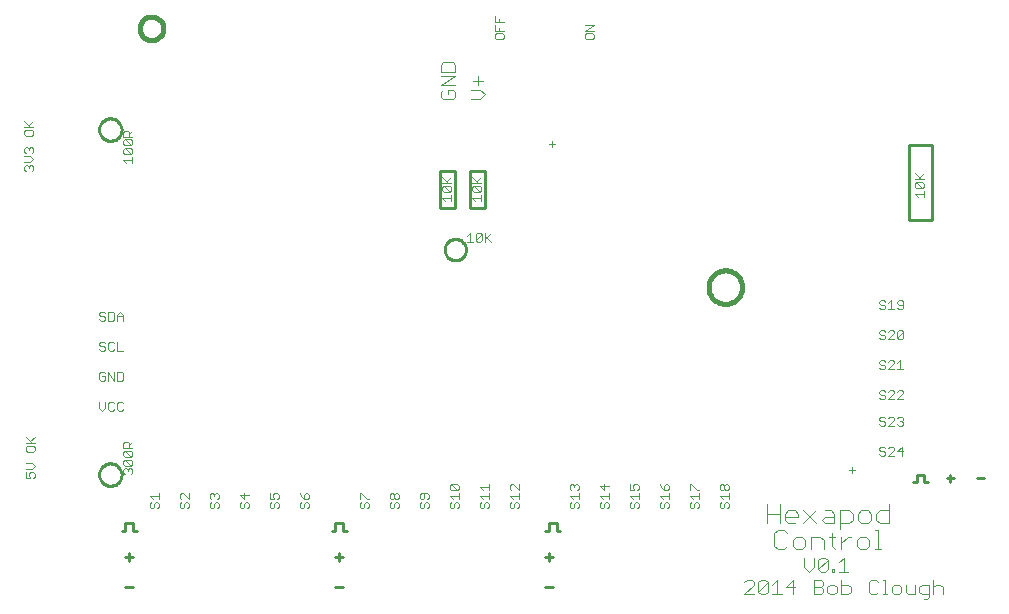
<source format=gto>
G75*
%MOIN*%
%OFA0B0*%
%FSLAX24Y24*%
%IPPOS*%
%LPD*%
%AMOC8*
5,1,8,0,0,1.08239X$1,22.5*
%
%ADD10C,0.0030*%
%ADD11C,0.0020*%
%ADD12C,0.0160*%
%ADD13C,0.0100*%
D10*
X025070Y002195D02*
X025384Y002509D01*
X025384Y002587D01*
X025305Y002665D01*
X025148Y002665D01*
X025070Y002587D01*
X025070Y002195D02*
X025384Y002195D01*
X025530Y002273D02*
X025844Y002587D01*
X025844Y002273D01*
X025766Y002195D01*
X025609Y002195D01*
X025530Y002273D01*
X025530Y002587D01*
X025609Y002665D01*
X025766Y002665D01*
X025844Y002587D01*
X025991Y002509D02*
X026148Y002665D01*
X026148Y002195D01*
X026304Y002195D02*
X025991Y002195D01*
X026451Y002430D02*
X026765Y002430D01*
X026686Y002195D02*
X026686Y002665D01*
X026451Y002430D01*
X027070Y003102D02*
X027227Y002945D01*
X027384Y003102D01*
X027384Y003415D01*
X027530Y003337D02*
X027609Y003415D01*
X027766Y003415D01*
X027844Y003337D01*
X027530Y003023D01*
X027609Y002945D01*
X027766Y002945D01*
X027844Y003023D01*
X027844Y003337D01*
X027530Y003337D02*
X027530Y003023D01*
X027991Y003023D02*
X028069Y003023D01*
X028069Y002945D01*
X027991Y002945D01*
X027991Y003023D01*
X028221Y002945D02*
X028535Y002945D01*
X028378Y002945D02*
X028378Y003415D01*
X028221Y003259D01*
X028298Y003695D02*
X028298Y004115D01*
X028103Y004115D02*
X027893Y004115D01*
X027998Y004220D02*
X027998Y003800D01*
X028103Y003695D01*
X028298Y003905D02*
X028508Y004115D01*
X028614Y004115D01*
X028805Y004010D02*
X028805Y003800D01*
X028910Y003695D01*
X029120Y003695D01*
X029225Y003800D01*
X029225Y004010D01*
X029120Y004115D01*
X028910Y004115D01*
X028805Y004010D01*
X028251Y004360D02*
X028251Y004990D01*
X028566Y004990D01*
X028671Y004885D01*
X028671Y004675D01*
X028566Y004570D01*
X028251Y004570D01*
X028064Y004570D02*
X027748Y004570D01*
X027643Y004675D01*
X027748Y004780D01*
X028064Y004780D01*
X028064Y004885D02*
X028064Y004570D01*
X027456Y004570D02*
X027035Y004990D01*
X026848Y004885D02*
X026848Y004780D01*
X026428Y004780D01*
X026428Y004675D02*
X026428Y004885D01*
X026533Y004990D01*
X026743Y004990D01*
X026848Y004885D01*
X026533Y004570D02*
X026428Y004675D01*
X026533Y004570D02*
X026743Y004570D01*
X027035Y004570D02*
X027456Y004990D01*
X027748Y004990D02*
X027958Y004990D01*
X028064Y004885D01*
X028859Y004885D02*
X028859Y004675D01*
X028964Y004570D01*
X029174Y004570D01*
X029279Y004675D01*
X029279Y004885D01*
X029174Y004990D01*
X028964Y004990D01*
X028859Y004885D01*
X029466Y004885D02*
X029466Y004675D01*
X029571Y004570D01*
X029887Y004570D01*
X029887Y005201D01*
X029887Y004990D02*
X029571Y004990D01*
X029466Y004885D01*
X029518Y004326D02*
X029518Y003695D01*
X029623Y003695D02*
X029412Y003695D01*
X029412Y004326D02*
X029518Y004326D01*
X027706Y004010D02*
X027706Y003695D01*
X027706Y004010D02*
X027601Y004115D01*
X027285Y004115D01*
X027285Y003695D01*
X027098Y003800D02*
X027098Y004010D01*
X026993Y004115D01*
X026783Y004115D01*
X026678Y004010D01*
X026678Y003800D01*
X026783Y003695D01*
X026993Y003695D01*
X027098Y003800D01*
X027070Y003415D02*
X027070Y003102D01*
X027372Y002665D02*
X027607Y002665D01*
X027686Y002587D01*
X027686Y002509D01*
X027607Y002430D01*
X027372Y002430D01*
X027372Y002195D02*
X027372Y002665D01*
X027607Y002430D02*
X027686Y002352D01*
X027686Y002273D01*
X027607Y002195D01*
X027372Y002195D01*
X027832Y002273D02*
X027911Y002195D01*
X028068Y002195D01*
X028146Y002273D01*
X028146Y002430D01*
X028068Y002509D01*
X027911Y002509D01*
X027832Y002430D01*
X027832Y002273D01*
X028293Y002195D02*
X028293Y002665D01*
X028293Y002509D02*
X028528Y002509D01*
X028606Y002430D01*
X028606Y002273D01*
X028528Y002195D01*
X028293Y002195D01*
X029214Y002273D02*
X029292Y002195D01*
X029449Y002195D01*
X029527Y002273D01*
X029674Y002195D02*
X029831Y002195D01*
X029752Y002195D02*
X029752Y002665D01*
X029674Y002665D01*
X029527Y002587D02*
X029449Y002665D01*
X029292Y002665D01*
X029214Y002587D01*
X029214Y002273D01*
X029981Y002273D02*
X030059Y002195D01*
X030216Y002195D01*
X030294Y002273D01*
X030294Y002430D01*
X030216Y002509D01*
X030059Y002509D01*
X029981Y002430D01*
X029981Y002273D01*
X030441Y002273D02*
X030441Y002509D01*
X030441Y002273D02*
X030520Y002195D01*
X030755Y002195D01*
X030755Y002509D01*
X030902Y002430D02*
X030902Y002273D01*
X030980Y002195D01*
X031215Y002195D01*
X031215Y002117D02*
X031215Y002509D01*
X030980Y002509D01*
X030902Y002430D01*
X031362Y002430D02*
X031440Y002509D01*
X031597Y002509D01*
X031676Y002430D01*
X031676Y002195D01*
X031362Y002195D02*
X031362Y002665D01*
X031215Y002117D02*
X031137Y002038D01*
X031058Y002038D01*
X026490Y003800D02*
X026385Y003695D01*
X026175Y003695D01*
X026070Y003800D01*
X026070Y004220D01*
X026175Y004326D01*
X026385Y004326D01*
X026490Y004220D01*
X026240Y004570D02*
X026240Y005201D01*
X026240Y004885D02*
X025820Y004885D01*
X025820Y004570D02*
X025820Y005201D01*
X016258Y018695D02*
X015945Y018695D01*
X016258Y018695D02*
X016415Y018852D01*
X016258Y019009D01*
X015945Y019009D01*
X016180Y019155D02*
X016180Y019469D01*
X016023Y019312D02*
X016337Y019312D01*
X015415Y019155D02*
X014945Y019155D01*
X015415Y019469D01*
X014945Y019469D01*
X014945Y019616D02*
X014945Y019851D01*
X015023Y019929D01*
X015337Y019929D01*
X015415Y019851D01*
X015415Y019616D01*
X014945Y019616D01*
X015023Y019009D02*
X014945Y018930D01*
X014945Y018773D01*
X015023Y018695D01*
X015337Y018695D01*
X015415Y018773D01*
X015415Y018930D01*
X015337Y019009D01*
X015180Y019009D01*
X015180Y018852D01*
D11*
X016795Y020690D02*
X016995Y020690D01*
X017045Y020740D01*
X017045Y020840D01*
X016995Y020890D01*
X016795Y020890D01*
X016745Y020840D01*
X016745Y020740D01*
X016795Y020690D01*
X016745Y020985D02*
X016745Y021185D01*
X016745Y021279D02*
X016745Y021479D01*
X016895Y021379D02*
X016895Y021279D01*
X017045Y021279D02*
X016745Y021279D01*
X016895Y021085D02*
X016895Y020985D01*
X017045Y020985D02*
X016745Y020985D01*
X019745Y020985D02*
X020045Y021185D01*
X019745Y021185D01*
X019745Y020985D02*
X020045Y020985D01*
X019995Y020890D02*
X019795Y020890D01*
X019745Y020840D01*
X019745Y020740D01*
X019795Y020690D01*
X019995Y020690D01*
X020045Y020740D01*
X020045Y020840D01*
X019995Y020890D01*
X018665Y017315D02*
X018665Y017115D01*
X018565Y017215D02*
X018765Y017215D01*
X016295Y016104D02*
X016145Y015954D01*
X016195Y015904D02*
X015995Y016104D01*
X015995Y015904D02*
X016295Y015904D01*
X016245Y015810D02*
X016295Y015760D01*
X016295Y015660D01*
X016245Y015610D01*
X016045Y015810D01*
X016245Y015810D01*
X016045Y015810D02*
X015995Y015760D01*
X015995Y015660D01*
X016045Y015610D01*
X016245Y015610D01*
X016295Y015515D02*
X016295Y015315D01*
X016295Y015415D02*
X015995Y015415D01*
X016095Y015315D01*
X015295Y015315D02*
X015295Y015515D01*
X015295Y015415D02*
X014995Y015415D01*
X015095Y015315D01*
X015045Y015610D02*
X014995Y015660D01*
X014995Y015760D01*
X015045Y015810D01*
X015245Y015610D01*
X015295Y015660D01*
X015295Y015760D01*
X015245Y015810D01*
X015045Y015810D01*
X014995Y015904D02*
X015295Y015904D01*
X015195Y015904D02*
X014995Y016104D01*
X015145Y015954D02*
X015295Y016104D01*
X015245Y015610D02*
X015045Y015610D01*
X015915Y014240D02*
X015915Y013940D01*
X015815Y013940D02*
X016015Y013940D01*
X016110Y013990D02*
X016310Y014190D01*
X016310Y013990D01*
X016260Y013940D01*
X016160Y013940D01*
X016110Y013990D01*
X016110Y014190D01*
X016160Y014240D01*
X016260Y014240D01*
X016310Y014190D01*
X016404Y014240D02*
X016404Y013940D01*
X016404Y014040D02*
X016604Y014240D01*
X016454Y014090D02*
X016604Y013940D01*
X015915Y014240D02*
X015815Y014140D01*
X004670Y016565D02*
X004670Y016765D01*
X004670Y016665D02*
X004370Y016665D01*
X004470Y016565D01*
X004420Y016860D02*
X004370Y016910D01*
X004370Y017010D01*
X004420Y017060D01*
X004620Y016860D01*
X004670Y016910D01*
X004670Y017010D01*
X004620Y017060D01*
X004420Y017060D01*
X004420Y017154D02*
X004370Y017204D01*
X004370Y017304D01*
X004420Y017354D01*
X004620Y017154D01*
X004670Y017204D01*
X004670Y017304D01*
X004620Y017354D01*
X004420Y017354D01*
X004370Y017449D02*
X004670Y017449D01*
X004570Y017449D02*
X004570Y017599D01*
X004520Y017649D01*
X004420Y017649D01*
X004370Y017599D01*
X004370Y017449D01*
X004570Y017549D02*
X004670Y017649D01*
X004620Y017154D02*
X004420Y017154D01*
X004420Y016860D02*
X004620Y016860D01*
X001365Y016936D02*
X001315Y016886D01*
X001365Y016936D02*
X001365Y017037D01*
X001315Y017087D01*
X001265Y017087D01*
X001215Y017037D01*
X001215Y016986D01*
X001215Y017037D02*
X001165Y017087D01*
X001115Y017087D01*
X001065Y017037D01*
X001065Y016936D01*
X001115Y016886D01*
X001065Y016792D02*
X001265Y016792D01*
X001365Y016692D01*
X001265Y016592D01*
X001065Y016592D01*
X001115Y016497D02*
X001065Y016447D01*
X001065Y016347D01*
X001115Y016297D01*
X001215Y016397D02*
X001215Y016447D01*
X001265Y016497D01*
X001315Y016497D01*
X001365Y016447D01*
X001365Y016347D01*
X001315Y016297D01*
X001215Y016447D02*
X001165Y016497D01*
X001115Y016497D01*
X001115Y017476D02*
X001065Y017526D01*
X001065Y017626D01*
X001115Y017676D01*
X001315Y017676D01*
X001365Y017626D01*
X001365Y017526D01*
X001315Y017476D01*
X001115Y017476D01*
X001065Y017770D02*
X001365Y017770D01*
X001265Y017770D02*
X001065Y017971D01*
X001215Y017820D02*
X001365Y017971D01*
X003615Y011615D02*
X003565Y011565D01*
X003565Y011515D01*
X003615Y011465D01*
X003715Y011465D01*
X003765Y011415D01*
X003765Y011365D01*
X003715Y011315D01*
X003615Y011315D01*
X003565Y011365D01*
X003615Y011615D02*
X003715Y011615D01*
X003765Y011565D01*
X003860Y011615D02*
X004010Y011615D01*
X004060Y011565D01*
X004060Y011365D01*
X004010Y011315D01*
X003860Y011315D01*
X003860Y011615D01*
X004154Y011515D02*
X004154Y011315D01*
X004154Y011465D02*
X004354Y011465D01*
X004354Y011515D02*
X004354Y011315D01*
X004354Y011515D02*
X004254Y011615D01*
X004154Y011515D01*
X004154Y010615D02*
X004154Y010315D01*
X004354Y010315D01*
X004060Y010365D02*
X004010Y010315D01*
X003910Y010315D01*
X003860Y010365D01*
X003860Y010565D01*
X003910Y010615D01*
X004010Y010615D01*
X004060Y010565D01*
X003765Y010565D02*
X003715Y010615D01*
X003615Y010615D01*
X003565Y010565D01*
X003565Y010515D01*
X003615Y010465D01*
X003715Y010465D01*
X003765Y010415D01*
X003765Y010365D01*
X003715Y010315D01*
X003615Y010315D01*
X003565Y010365D01*
X003615Y009615D02*
X003565Y009565D01*
X003565Y009365D01*
X003615Y009315D01*
X003715Y009315D01*
X003765Y009365D01*
X003765Y009465D01*
X003665Y009465D01*
X003765Y009565D02*
X003715Y009615D01*
X003615Y009615D01*
X003860Y009615D02*
X003860Y009315D01*
X004060Y009315D02*
X003860Y009615D01*
X004060Y009615D02*
X004060Y009315D01*
X004154Y009315D02*
X004304Y009315D01*
X004354Y009365D01*
X004354Y009565D01*
X004304Y009615D01*
X004154Y009615D01*
X004154Y009315D01*
X004204Y008615D02*
X004154Y008565D01*
X004154Y008365D01*
X004204Y008315D01*
X004304Y008315D01*
X004354Y008365D01*
X004354Y008565D02*
X004304Y008615D01*
X004204Y008615D01*
X004060Y008565D02*
X004010Y008615D01*
X003910Y008615D01*
X003860Y008565D01*
X003860Y008365D01*
X003910Y008315D01*
X004010Y008315D01*
X004060Y008365D01*
X003765Y008415D02*
X003765Y008615D01*
X003765Y008415D02*
X003665Y008315D01*
X003565Y008415D01*
X003565Y008615D01*
X004420Y007274D02*
X004370Y007224D01*
X004370Y007074D01*
X004670Y007074D01*
X004570Y007074D02*
X004570Y007224D01*
X004520Y007274D01*
X004420Y007274D01*
X004570Y007174D02*
X004670Y007274D01*
X004620Y006979D02*
X004670Y006929D01*
X004670Y006829D01*
X004620Y006779D01*
X004420Y006979D01*
X004620Y006979D01*
X004620Y006779D02*
X004420Y006779D01*
X004370Y006829D01*
X004370Y006929D01*
X004420Y006979D01*
X004420Y006685D02*
X004370Y006635D01*
X004370Y006535D01*
X004420Y006485D01*
X004620Y006485D01*
X004420Y006685D01*
X004620Y006685D01*
X004670Y006635D01*
X004670Y006535D01*
X004620Y006485D01*
X004620Y006390D02*
X004670Y006340D01*
X004670Y006240D01*
X004620Y006190D01*
X004520Y006290D02*
X004520Y006340D01*
X004570Y006390D01*
X004620Y006390D01*
X004520Y006340D02*
X004470Y006390D01*
X004420Y006390D01*
X004370Y006340D01*
X004370Y006240D01*
X004420Y006190D01*
X005245Y005460D02*
X005545Y005460D01*
X005545Y005360D02*
X005545Y005560D01*
X005345Y005360D02*
X005245Y005460D01*
X005295Y005265D02*
X005245Y005215D01*
X005245Y005115D01*
X005295Y005065D01*
X005345Y005065D01*
X005395Y005115D01*
X005395Y005215D01*
X005445Y005265D01*
X005495Y005265D01*
X005545Y005215D01*
X005545Y005115D01*
X005495Y005065D01*
X006245Y005115D02*
X006295Y005065D01*
X006345Y005065D01*
X006395Y005115D01*
X006395Y005215D01*
X006445Y005265D01*
X006495Y005265D01*
X006545Y005215D01*
X006545Y005115D01*
X006495Y005065D01*
X006245Y005115D02*
X006245Y005215D01*
X006295Y005265D01*
X006295Y005360D02*
X006245Y005410D01*
X006245Y005510D01*
X006295Y005560D01*
X006345Y005560D01*
X006545Y005360D01*
X006545Y005560D01*
X007245Y005510D02*
X007295Y005560D01*
X007345Y005560D01*
X007395Y005510D01*
X007445Y005560D01*
X007495Y005560D01*
X007545Y005510D01*
X007545Y005410D01*
X007495Y005360D01*
X007495Y005265D02*
X007545Y005215D01*
X007545Y005115D01*
X007495Y005065D01*
X007395Y005115D02*
X007345Y005065D01*
X007295Y005065D01*
X007245Y005115D01*
X007245Y005215D01*
X007295Y005265D01*
X007295Y005360D02*
X007245Y005410D01*
X007245Y005510D01*
X007395Y005510D02*
X007395Y005460D01*
X007445Y005265D02*
X007495Y005265D01*
X007445Y005265D02*
X007395Y005215D01*
X007395Y005115D01*
X008245Y005115D02*
X008295Y005065D01*
X008345Y005065D01*
X008395Y005115D01*
X008395Y005215D01*
X008445Y005265D01*
X008495Y005265D01*
X008545Y005215D01*
X008545Y005115D01*
X008495Y005065D01*
X008245Y005115D02*
X008245Y005215D01*
X008295Y005265D01*
X008395Y005360D02*
X008395Y005560D01*
X008545Y005510D02*
X008245Y005510D01*
X008395Y005360D01*
X009245Y005360D02*
X009395Y005360D01*
X009345Y005460D01*
X009345Y005510D01*
X009395Y005560D01*
X009495Y005560D01*
X009545Y005510D01*
X009545Y005410D01*
X009495Y005360D01*
X009495Y005265D02*
X009445Y005265D01*
X009395Y005215D01*
X009395Y005115D01*
X009345Y005065D01*
X009295Y005065D01*
X009245Y005115D01*
X009245Y005215D01*
X009295Y005265D01*
X009245Y005360D02*
X009245Y005560D01*
X009495Y005265D02*
X009545Y005215D01*
X009545Y005115D01*
X009495Y005065D01*
X010245Y005115D02*
X010295Y005065D01*
X010345Y005065D01*
X010395Y005115D01*
X010395Y005215D01*
X010445Y005265D01*
X010495Y005265D01*
X010545Y005215D01*
X010545Y005115D01*
X010495Y005065D01*
X010245Y005115D02*
X010245Y005215D01*
X010295Y005265D01*
X010395Y005360D02*
X010395Y005510D01*
X010445Y005560D01*
X010495Y005560D01*
X010545Y005510D01*
X010545Y005410D01*
X010495Y005360D01*
X010395Y005360D01*
X010295Y005460D01*
X010245Y005560D01*
X012245Y005560D02*
X012295Y005560D01*
X012495Y005360D01*
X012545Y005360D01*
X012495Y005265D02*
X012545Y005215D01*
X012545Y005115D01*
X012495Y005065D01*
X012395Y005115D02*
X012395Y005215D01*
X012445Y005265D01*
X012495Y005265D01*
X012395Y005115D02*
X012345Y005065D01*
X012295Y005065D01*
X012245Y005115D01*
X012245Y005215D01*
X012295Y005265D01*
X012245Y005360D02*
X012245Y005560D01*
X013245Y005510D02*
X013295Y005560D01*
X013345Y005560D01*
X013395Y005510D01*
X013395Y005410D01*
X013345Y005360D01*
X013295Y005360D01*
X013245Y005410D01*
X013245Y005510D01*
X013395Y005510D02*
X013445Y005560D01*
X013495Y005560D01*
X013545Y005510D01*
X013545Y005410D01*
X013495Y005360D01*
X013445Y005360D01*
X013395Y005410D01*
X013445Y005265D02*
X013495Y005265D01*
X013545Y005215D01*
X013545Y005115D01*
X013495Y005065D01*
X013395Y005115D02*
X013345Y005065D01*
X013295Y005065D01*
X013245Y005115D01*
X013245Y005215D01*
X013295Y005265D01*
X013395Y005215D02*
X013445Y005265D01*
X013395Y005215D02*
X013395Y005115D01*
X014245Y005115D02*
X014295Y005065D01*
X014345Y005065D01*
X014395Y005115D01*
X014395Y005215D01*
X014445Y005265D01*
X014495Y005265D01*
X014545Y005215D01*
X014545Y005115D01*
X014495Y005065D01*
X014245Y005115D02*
X014245Y005215D01*
X014295Y005265D01*
X014295Y005360D02*
X014345Y005360D01*
X014395Y005410D01*
X014395Y005560D01*
X014495Y005560D02*
X014295Y005560D01*
X014245Y005510D01*
X014245Y005410D01*
X014295Y005360D01*
X014495Y005360D02*
X014545Y005410D01*
X014545Y005510D01*
X014495Y005560D01*
X015245Y005460D02*
X015545Y005460D01*
X015545Y005360D02*
X015545Y005560D01*
X015495Y005654D02*
X015295Y005654D01*
X015245Y005704D01*
X015245Y005804D01*
X015295Y005854D01*
X015495Y005654D01*
X015545Y005704D01*
X015545Y005804D01*
X015495Y005854D01*
X015295Y005854D01*
X015245Y005460D02*
X015345Y005360D01*
X015295Y005265D02*
X015245Y005215D01*
X015245Y005115D01*
X015295Y005065D01*
X015345Y005065D01*
X015395Y005115D01*
X015395Y005215D01*
X015445Y005265D01*
X015495Y005265D01*
X015545Y005215D01*
X015545Y005115D01*
X015495Y005065D01*
X016245Y005115D02*
X016295Y005065D01*
X016345Y005065D01*
X016395Y005115D01*
X016395Y005215D01*
X016445Y005265D01*
X016495Y005265D01*
X016545Y005215D01*
X016545Y005115D01*
X016495Y005065D01*
X016245Y005115D02*
X016245Y005215D01*
X016295Y005265D01*
X016345Y005360D02*
X016245Y005460D01*
X016545Y005460D01*
X016545Y005360D02*
X016545Y005560D01*
X016545Y005654D02*
X016545Y005854D01*
X016545Y005754D02*
X016245Y005754D01*
X016345Y005654D01*
X017245Y005704D02*
X017295Y005654D01*
X017245Y005704D02*
X017245Y005804D01*
X017295Y005854D01*
X017345Y005854D01*
X017545Y005654D01*
X017545Y005854D01*
X017545Y005560D02*
X017545Y005360D01*
X017545Y005460D02*
X017245Y005460D01*
X017345Y005360D01*
X017295Y005265D02*
X017245Y005215D01*
X017245Y005115D01*
X017295Y005065D01*
X017345Y005065D01*
X017395Y005115D01*
X017395Y005215D01*
X017445Y005265D01*
X017495Y005265D01*
X017545Y005215D01*
X017545Y005115D01*
X017495Y005065D01*
X019245Y005115D02*
X019295Y005065D01*
X019345Y005065D01*
X019395Y005115D01*
X019395Y005215D01*
X019445Y005265D01*
X019495Y005265D01*
X019545Y005215D01*
X019545Y005115D01*
X019495Y005065D01*
X019245Y005115D02*
X019245Y005215D01*
X019295Y005265D01*
X019345Y005360D02*
X019245Y005460D01*
X019545Y005460D01*
X019545Y005360D02*
X019545Y005560D01*
X019495Y005654D02*
X019545Y005704D01*
X019545Y005804D01*
X019495Y005854D01*
X019445Y005854D01*
X019395Y005804D01*
X019395Y005754D01*
X019395Y005804D02*
X019345Y005854D01*
X019295Y005854D01*
X019245Y005804D01*
X019245Y005704D01*
X019295Y005654D01*
X020245Y005804D02*
X020395Y005654D01*
X020395Y005854D01*
X020545Y005804D02*
X020245Y005804D01*
X020245Y005460D02*
X020545Y005460D01*
X020545Y005360D02*
X020545Y005560D01*
X020345Y005360D02*
X020245Y005460D01*
X020295Y005265D02*
X020245Y005215D01*
X020245Y005115D01*
X020295Y005065D01*
X020345Y005065D01*
X020395Y005115D01*
X020395Y005215D01*
X020445Y005265D01*
X020495Y005265D01*
X020545Y005215D01*
X020545Y005115D01*
X020495Y005065D01*
X021245Y005115D02*
X021295Y005065D01*
X021345Y005065D01*
X021395Y005115D01*
X021395Y005215D01*
X021445Y005265D01*
X021495Y005265D01*
X021545Y005215D01*
X021545Y005115D01*
X021495Y005065D01*
X021245Y005115D02*
X021245Y005215D01*
X021295Y005265D01*
X021345Y005360D02*
X021245Y005460D01*
X021545Y005460D01*
X021545Y005360D02*
X021545Y005560D01*
X021495Y005654D02*
X021545Y005704D01*
X021545Y005804D01*
X021495Y005854D01*
X021395Y005854D01*
X021345Y005804D01*
X021345Y005754D01*
X021395Y005654D01*
X021245Y005654D01*
X021245Y005854D01*
X022245Y005854D02*
X022295Y005754D01*
X022395Y005654D01*
X022395Y005804D01*
X022445Y005854D01*
X022495Y005854D01*
X022545Y005804D01*
X022545Y005704D01*
X022495Y005654D01*
X022395Y005654D01*
X022545Y005560D02*
X022545Y005360D01*
X022545Y005460D02*
X022245Y005460D01*
X022345Y005360D01*
X022295Y005265D02*
X022245Y005215D01*
X022245Y005115D01*
X022295Y005065D01*
X022345Y005065D01*
X022395Y005115D01*
X022395Y005215D01*
X022445Y005265D01*
X022495Y005265D01*
X022545Y005215D01*
X022545Y005115D01*
X022495Y005065D01*
X023245Y005115D02*
X023295Y005065D01*
X023345Y005065D01*
X023395Y005115D01*
X023395Y005215D01*
X023445Y005265D01*
X023495Y005265D01*
X023545Y005215D01*
X023545Y005115D01*
X023495Y005065D01*
X023245Y005115D02*
X023245Y005215D01*
X023295Y005265D01*
X023345Y005360D02*
X023245Y005460D01*
X023545Y005460D01*
X023545Y005360D02*
X023545Y005560D01*
X023545Y005654D02*
X023495Y005654D01*
X023295Y005854D01*
X023245Y005854D01*
X023245Y005654D01*
X024245Y005704D02*
X024245Y005804D01*
X024295Y005854D01*
X024345Y005854D01*
X024395Y005804D01*
X024395Y005704D01*
X024345Y005654D01*
X024295Y005654D01*
X024245Y005704D01*
X024395Y005704D02*
X024445Y005654D01*
X024495Y005654D01*
X024545Y005704D01*
X024545Y005804D01*
X024495Y005854D01*
X024445Y005854D01*
X024395Y005804D01*
X024545Y005560D02*
X024545Y005360D01*
X024545Y005460D02*
X024245Y005460D01*
X024345Y005360D01*
X024295Y005265D02*
X024245Y005215D01*
X024245Y005115D01*
X024295Y005065D01*
X024345Y005065D01*
X024395Y005115D01*
X024395Y005215D01*
X024445Y005265D01*
X024495Y005265D01*
X024545Y005215D01*
X024545Y005115D01*
X024495Y005065D01*
X028565Y006340D02*
X028765Y006340D01*
X028665Y006440D02*
X028665Y006240D01*
X029565Y006865D02*
X029615Y006815D01*
X029715Y006815D01*
X029765Y006865D01*
X029765Y006915D01*
X029715Y006965D01*
X029615Y006965D01*
X029565Y007015D01*
X029565Y007065D01*
X029615Y007115D01*
X029715Y007115D01*
X029765Y007065D01*
X029860Y007065D02*
X029910Y007115D01*
X030010Y007115D01*
X030060Y007065D01*
X030060Y007015D01*
X029860Y006815D01*
X030060Y006815D01*
X030154Y006965D02*
X030354Y006965D01*
X030304Y006815D02*
X030304Y007115D01*
X030154Y006965D01*
X030204Y007815D02*
X030154Y007865D01*
X030204Y007815D02*
X030304Y007815D01*
X030354Y007865D01*
X030354Y007915D01*
X030304Y007965D01*
X030254Y007965D01*
X030304Y007965D02*
X030354Y008015D01*
X030354Y008065D01*
X030304Y008115D01*
X030204Y008115D01*
X030154Y008065D01*
X030060Y008065D02*
X030010Y008115D01*
X029910Y008115D01*
X029860Y008065D01*
X029765Y008065D02*
X029715Y008115D01*
X029615Y008115D01*
X029565Y008065D01*
X029565Y008015D01*
X029615Y007965D01*
X029715Y007965D01*
X029765Y007915D01*
X029765Y007865D01*
X029715Y007815D01*
X029615Y007815D01*
X029565Y007865D01*
X029860Y007815D02*
X030060Y008015D01*
X030060Y008065D01*
X030060Y007815D02*
X029860Y007815D01*
X029860Y008690D02*
X030060Y008890D01*
X030060Y008940D01*
X030010Y008990D01*
X029910Y008990D01*
X029860Y008940D01*
X029765Y008940D02*
X029715Y008990D01*
X029615Y008990D01*
X029565Y008940D01*
X029565Y008890D01*
X029615Y008840D01*
X029715Y008840D01*
X029765Y008790D01*
X029765Y008740D01*
X029715Y008690D01*
X029615Y008690D01*
X029565Y008740D01*
X029860Y008690D02*
X030060Y008690D01*
X030154Y008690D02*
X030354Y008890D01*
X030354Y008940D01*
X030304Y008990D01*
X030204Y008990D01*
X030154Y008940D01*
X030154Y008690D02*
X030354Y008690D01*
X030354Y009690D02*
X030154Y009690D01*
X030060Y009690D02*
X029860Y009690D01*
X030060Y009890D01*
X030060Y009940D01*
X030010Y009990D01*
X029910Y009990D01*
X029860Y009940D01*
X029765Y009940D02*
X029715Y009990D01*
X029615Y009990D01*
X029565Y009940D01*
X029565Y009890D01*
X029615Y009840D01*
X029715Y009840D01*
X029765Y009790D01*
X029765Y009740D01*
X029715Y009690D01*
X029615Y009690D01*
X029565Y009740D01*
X030154Y009890D02*
X030254Y009990D01*
X030254Y009690D01*
X030204Y010690D02*
X030154Y010740D01*
X030354Y010940D01*
X030354Y010740D01*
X030304Y010690D01*
X030204Y010690D01*
X030154Y010740D02*
X030154Y010940D01*
X030204Y010990D01*
X030304Y010990D01*
X030354Y010940D01*
X030060Y010940D02*
X030060Y010890D01*
X029860Y010690D01*
X030060Y010690D01*
X030060Y010940D02*
X030010Y010990D01*
X029910Y010990D01*
X029860Y010940D01*
X029765Y010940D02*
X029715Y010990D01*
X029615Y010990D01*
X029565Y010940D01*
X029565Y010890D01*
X029615Y010840D01*
X029715Y010840D01*
X029765Y010790D01*
X029765Y010740D01*
X029715Y010690D01*
X029615Y010690D01*
X029565Y010740D01*
X029615Y011690D02*
X029565Y011740D01*
X029615Y011690D02*
X029715Y011690D01*
X029765Y011740D01*
X029765Y011790D01*
X029715Y011840D01*
X029615Y011840D01*
X029565Y011890D01*
X029565Y011940D01*
X029615Y011990D01*
X029715Y011990D01*
X029765Y011940D01*
X029860Y011890D02*
X029960Y011990D01*
X029960Y011690D01*
X029860Y011690D02*
X030060Y011690D01*
X030154Y011740D02*
X030204Y011690D01*
X030304Y011690D01*
X030354Y011740D01*
X030354Y011940D01*
X030304Y011990D01*
X030204Y011990D01*
X030154Y011940D01*
X030154Y011890D01*
X030204Y011840D01*
X030354Y011840D01*
X030845Y015440D02*
X030745Y015540D01*
X031045Y015540D01*
X031045Y015440D02*
X031045Y015640D01*
X030995Y015735D02*
X030795Y015935D01*
X030995Y015935D01*
X031045Y015885D01*
X031045Y015785D01*
X030995Y015735D01*
X030795Y015735D01*
X030745Y015785D01*
X030745Y015885D01*
X030795Y015935D01*
X030745Y016029D02*
X031045Y016029D01*
X030945Y016029D02*
X030745Y016229D01*
X030895Y016079D02*
X031045Y016229D01*
X001420Y007444D02*
X001270Y007294D01*
X001320Y007244D02*
X001120Y007444D01*
X001120Y007244D02*
X001420Y007244D01*
X001370Y007149D02*
X001170Y007149D01*
X001120Y007099D01*
X001120Y006999D01*
X001170Y006949D01*
X001370Y006949D01*
X001420Y006999D01*
X001420Y007099D01*
X001370Y007149D01*
X001320Y006560D02*
X001120Y006560D01*
X001320Y006560D02*
X001420Y006460D01*
X001320Y006360D01*
X001120Y006360D01*
X001120Y006265D02*
X001120Y006065D01*
X001270Y006065D01*
X001220Y006165D01*
X001220Y006215D01*
X001270Y006265D01*
X001370Y006265D01*
X001420Y006215D01*
X001420Y006115D01*
X001370Y006065D01*
D12*
X004910Y021055D02*
X004912Y021094D01*
X004918Y021133D01*
X004928Y021171D01*
X004941Y021208D01*
X004958Y021244D01*
X004979Y021278D01*
X005002Y021309D01*
X005029Y021338D01*
X005059Y021364D01*
X005091Y021387D01*
X005125Y021406D01*
X005161Y021423D01*
X005198Y021435D01*
X005236Y021444D01*
X005275Y021449D01*
X005315Y021450D01*
X005354Y021447D01*
X005393Y021440D01*
X005431Y021429D01*
X005467Y021415D01*
X005503Y021397D01*
X005536Y021376D01*
X005566Y021351D01*
X005595Y021324D01*
X005620Y021294D01*
X005642Y021261D01*
X005661Y021226D01*
X005676Y021190D01*
X005688Y021152D01*
X005696Y021114D01*
X005700Y021075D01*
X005700Y021035D01*
X005696Y020996D01*
X005688Y020958D01*
X005676Y020920D01*
X005661Y020884D01*
X005642Y020849D01*
X005620Y020816D01*
X005595Y020786D01*
X005566Y020759D01*
X005536Y020734D01*
X005502Y020713D01*
X005467Y020695D01*
X005431Y020681D01*
X005393Y020670D01*
X005354Y020663D01*
X005315Y020660D01*
X005275Y020661D01*
X005236Y020666D01*
X005198Y020675D01*
X005161Y020687D01*
X005125Y020704D01*
X005091Y020723D01*
X005059Y020746D01*
X005029Y020772D01*
X005002Y020801D01*
X004979Y020832D01*
X004958Y020866D01*
X004941Y020902D01*
X004928Y020939D01*
X004918Y020977D01*
X004912Y021016D01*
X004910Y021055D01*
X023871Y012430D02*
X023873Y012477D01*
X023879Y012523D01*
X023889Y012569D01*
X023902Y012614D01*
X023919Y012657D01*
X023940Y012699D01*
X023964Y012739D01*
X023992Y012777D01*
X024023Y012813D01*
X024056Y012845D01*
X024092Y012875D01*
X024130Y012902D01*
X024171Y012925D01*
X024213Y012945D01*
X024257Y012962D01*
X024302Y012974D01*
X024348Y012983D01*
X024395Y012988D01*
X024442Y012989D01*
X024488Y012986D01*
X024535Y012979D01*
X024580Y012968D01*
X024625Y012954D01*
X024668Y012936D01*
X024709Y012914D01*
X024749Y012889D01*
X024786Y012861D01*
X024821Y012829D01*
X024853Y012795D01*
X024882Y012759D01*
X024908Y012720D01*
X024931Y012679D01*
X024950Y012636D01*
X024965Y012592D01*
X024977Y012546D01*
X024985Y012500D01*
X024989Y012453D01*
X024989Y012407D01*
X024985Y012360D01*
X024977Y012314D01*
X024965Y012268D01*
X024950Y012224D01*
X024931Y012181D01*
X024908Y012140D01*
X024882Y012101D01*
X024853Y012065D01*
X024821Y012031D01*
X024786Y011999D01*
X024749Y011971D01*
X024710Y011946D01*
X024668Y011924D01*
X024625Y011906D01*
X024580Y011892D01*
X024535Y011881D01*
X024488Y011874D01*
X024442Y011871D01*
X024395Y011872D01*
X024348Y011877D01*
X024302Y011886D01*
X024257Y011898D01*
X024213Y011915D01*
X024171Y011935D01*
X024130Y011958D01*
X024092Y011985D01*
X024056Y012015D01*
X024023Y012047D01*
X023992Y012083D01*
X023964Y012121D01*
X023940Y012161D01*
X023919Y012203D01*
X023902Y012246D01*
X023889Y012291D01*
X023879Y012337D01*
X023873Y012383D01*
X023871Y012430D01*
D13*
X004680Y002430D02*
X004430Y002430D01*
X004555Y003305D02*
X004555Y003555D01*
X004430Y003430D02*
X004680Y003430D01*
X004680Y004305D02*
X004805Y004305D01*
X004680Y004305D02*
X004680Y004555D01*
X004430Y004555D01*
X004430Y004305D01*
X004305Y004305D01*
X003555Y006180D02*
X003557Y006219D01*
X003563Y006257D01*
X003573Y006294D01*
X003586Y006330D01*
X003604Y006365D01*
X003624Y006397D01*
X003648Y006428D01*
X003675Y006455D01*
X003705Y006480D01*
X003737Y006501D01*
X003771Y006520D01*
X003807Y006534D01*
X003844Y006545D01*
X003882Y006552D01*
X003920Y006555D01*
X003959Y006554D01*
X003997Y006549D01*
X004035Y006540D01*
X004071Y006527D01*
X004106Y006511D01*
X004139Y006491D01*
X004170Y006468D01*
X004199Y006442D01*
X004224Y006413D01*
X004246Y006381D01*
X004265Y006348D01*
X004281Y006312D01*
X004293Y006276D01*
X004301Y006238D01*
X004305Y006199D01*
X004305Y006161D01*
X004301Y006122D01*
X004293Y006084D01*
X004281Y006048D01*
X004265Y006012D01*
X004246Y005979D01*
X004224Y005947D01*
X004199Y005918D01*
X004170Y005892D01*
X004139Y005869D01*
X004106Y005849D01*
X004071Y005833D01*
X004035Y005820D01*
X003997Y005811D01*
X003959Y005806D01*
X003920Y005805D01*
X003882Y005808D01*
X003844Y005815D01*
X003807Y005826D01*
X003771Y005840D01*
X003737Y005859D01*
X003705Y005880D01*
X003675Y005905D01*
X003648Y005932D01*
X003624Y005963D01*
X003604Y005995D01*
X003586Y006030D01*
X003573Y006066D01*
X003563Y006103D01*
X003557Y006141D01*
X003555Y006180D01*
X011305Y004305D02*
X011430Y004305D01*
X011430Y004555D01*
X011680Y004555D01*
X011680Y004305D01*
X011805Y004305D01*
X011555Y003555D02*
X011555Y003305D01*
X011430Y003430D02*
X011680Y003430D01*
X011680Y002430D02*
X011430Y002430D01*
X018430Y002430D02*
X018680Y002430D01*
X018555Y003305D02*
X018555Y003555D01*
X018430Y003430D02*
X018680Y003430D01*
X018555Y004305D02*
X018555Y004555D01*
X018805Y004555D01*
X018805Y004305D01*
X018930Y004305D01*
X018555Y004305D02*
X018430Y004305D01*
X030680Y005930D02*
X030805Y005930D01*
X030805Y006180D01*
X031055Y006180D01*
X031055Y005930D01*
X031180Y005930D01*
X031805Y006055D02*
X032055Y006055D01*
X031930Y006180D02*
X031930Y005930D01*
X032805Y006055D02*
X033055Y006055D01*
X031305Y014680D02*
X030555Y014680D01*
X030555Y017180D01*
X031305Y017180D01*
X031305Y014680D01*
X016430Y015055D02*
X016430Y016305D01*
X015930Y016305D01*
X015930Y015055D01*
X016430Y015055D01*
X015430Y015055D02*
X015430Y016305D01*
X014930Y016305D01*
X014930Y015055D01*
X015430Y015055D01*
X015076Y013680D02*
X015078Y013717D01*
X015084Y013754D01*
X015093Y013789D01*
X015107Y013824D01*
X015123Y013857D01*
X015144Y013888D01*
X015167Y013917D01*
X015193Y013943D01*
X015222Y013966D01*
X015253Y013987D01*
X015286Y014003D01*
X015321Y014017D01*
X015356Y014026D01*
X015393Y014032D01*
X015430Y014034D01*
X015467Y014032D01*
X015504Y014026D01*
X015539Y014017D01*
X015574Y014003D01*
X015607Y013987D01*
X015638Y013966D01*
X015667Y013943D01*
X015693Y013917D01*
X015716Y013888D01*
X015737Y013857D01*
X015753Y013824D01*
X015767Y013789D01*
X015776Y013754D01*
X015782Y013717D01*
X015784Y013680D01*
X015782Y013643D01*
X015776Y013606D01*
X015767Y013571D01*
X015753Y013536D01*
X015737Y013503D01*
X015716Y013472D01*
X015693Y013443D01*
X015667Y013417D01*
X015638Y013394D01*
X015607Y013373D01*
X015574Y013357D01*
X015539Y013343D01*
X015504Y013334D01*
X015467Y013328D01*
X015430Y013326D01*
X015393Y013328D01*
X015356Y013334D01*
X015321Y013343D01*
X015286Y013357D01*
X015253Y013373D01*
X015222Y013394D01*
X015193Y013417D01*
X015167Y013443D01*
X015144Y013472D01*
X015123Y013503D01*
X015107Y013536D01*
X015093Y013571D01*
X015084Y013606D01*
X015078Y013643D01*
X015076Y013680D01*
X003555Y017680D02*
X003557Y017719D01*
X003563Y017757D01*
X003573Y017794D01*
X003586Y017830D01*
X003604Y017865D01*
X003624Y017897D01*
X003648Y017928D01*
X003675Y017955D01*
X003705Y017980D01*
X003737Y018001D01*
X003771Y018020D01*
X003807Y018034D01*
X003844Y018045D01*
X003882Y018052D01*
X003920Y018055D01*
X003959Y018054D01*
X003997Y018049D01*
X004035Y018040D01*
X004071Y018027D01*
X004106Y018011D01*
X004139Y017991D01*
X004170Y017968D01*
X004199Y017942D01*
X004224Y017913D01*
X004246Y017881D01*
X004265Y017848D01*
X004281Y017812D01*
X004293Y017776D01*
X004301Y017738D01*
X004305Y017699D01*
X004305Y017661D01*
X004301Y017622D01*
X004293Y017584D01*
X004281Y017548D01*
X004265Y017512D01*
X004246Y017479D01*
X004224Y017447D01*
X004199Y017418D01*
X004170Y017392D01*
X004139Y017369D01*
X004106Y017349D01*
X004071Y017333D01*
X004035Y017320D01*
X003997Y017311D01*
X003959Y017306D01*
X003920Y017305D01*
X003882Y017308D01*
X003844Y017315D01*
X003807Y017326D01*
X003771Y017340D01*
X003737Y017359D01*
X003705Y017380D01*
X003675Y017405D01*
X003648Y017432D01*
X003624Y017463D01*
X003604Y017495D01*
X003586Y017530D01*
X003573Y017566D01*
X003563Y017603D01*
X003557Y017641D01*
X003555Y017680D01*
M02*

</source>
